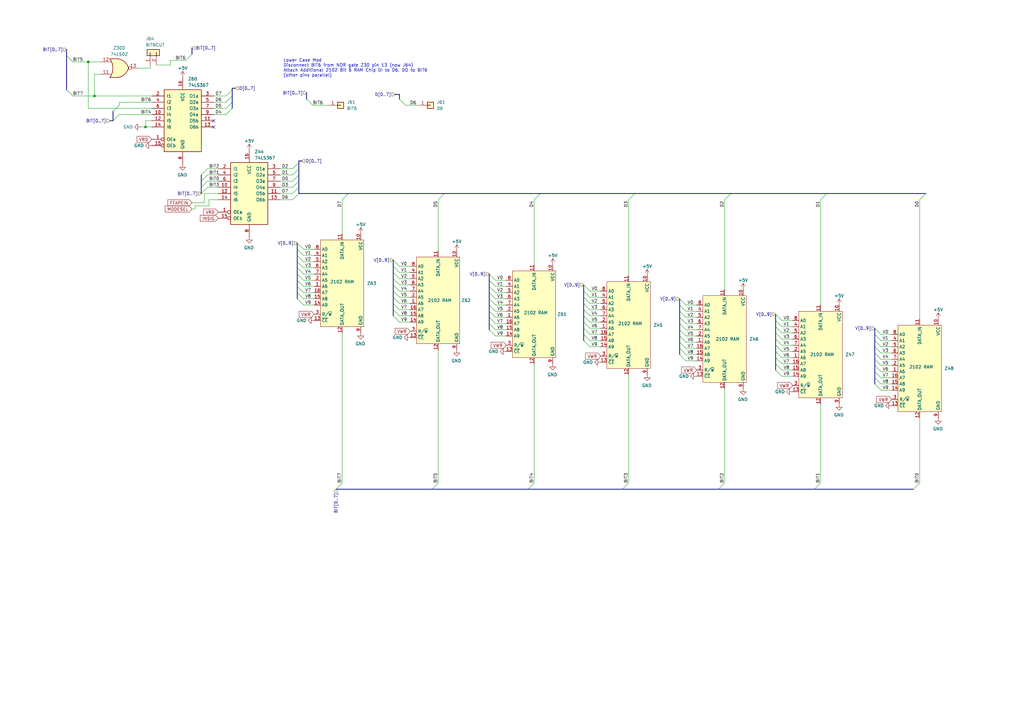
<source format=kicad_sch>
(kicad_sch (version 20230121) (generator eeschema)
  (paper "A3")
  (lib_symbols
    (symbol "74xx:74LS02" (pin_names (offset 1.016))
      (property "Reference" "U" (at 0 1.27 0))
      (property "Value" "74LS02" (at 0 -1.27 0))
      (symbol "74LS02_1_1"
        (arc (start -3.81 -3.81) (mid -2.589 0) (end -3.81 3.81) (stroke (width 0.254)))
        (arc (start -0.6096 -3.81) (mid 2.1842 -2.5851) (end 3.81 0) (stroke (width 0.254)) (fill (type background)))
        (polyline (pts (xy -3.81 -3.81) (xy -0.635 -3.81)) (stroke (width 0.254)) (fill (type background)))
        (polyline (pts (xy -3.81 3.81) (xy -0.635 3.81)) (stroke (width 0.254)) (fill (type background)))
        (polyline (pts (xy -0.635 3.81) (xy -3.81 3.81) (xy -3.81 3.81) (xy -3.556 3.4036) (xy -3.0226 2.2606) (xy -2.6924 1.0414) (xy -2.6162 -0.254) (xy -2.7686 -1.4986) (xy -3.175 -2.7178) (xy -3.81 -3.81) (xy -3.81 -3.81) (xy -0.635 -3.81)) (stroke (width -25.4)) (fill (type background)))
        (arc (start 3.81 0) (mid 2.1915 2.5936) (end -0.6096 3.81) (stroke (width 0.254)) (fill (type background)))
        (pin output inverted (at 7.62 0 180) (length 3.81) (name "~") (number "1"))
        (pin input line (at -7.62 2.54 0) (length 4.318) (name "~") (number "2"))
        (pin input line (at -7.62 -2.54 0) (length 4.318) (name "~") (number "3"))
      )
      (symbol "74LS02_1_2"
        (arc (start 0 -3.81) (mid 3.7934 0) (end 0 3.81) (stroke (width 0.254)) (fill (type background)))
        (polyline (pts (xy 0 3.81) (xy -3.81 3.81) (xy -3.81 -3.81) (xy 0 -3.81)) (stroke (width 0.254)) (fill (type background)))
        (pin output line (at 7.62 0 180) (length 3.81) (name "~") (number "1"))
        (pin input inverted (at -7.62 2.54 0) (length 3.81) (name "~") (number "2"))
        (pin input inverted (at -7.62 -2.54 0) (length 3.81) (name "~") (number "3"))
      )
      (symbol "74LS02_2_1"
        (arc (start -3.81 -3.81) (mid -2.589 0) (end -3.81 3.81) (stroke (width 0.254)))
        (arc (start -0.6096 -3.81) (mid 2.1842 -2.5851) (end 3.81 0) (stroke (width 0.254)) (fill (type background)))
        (polyline (pts (xy -3.81 -3.81) (xy -0.635 -3.81)) (stroke (width 0.254)) (fill (type background)))
        (polyline (pts (xy -3.81 3.81) (xy -0.635 3.81)) (stroke (width 0.254)) (fill (type background)))
        (polyline (pts (xy -0.635 3.81) (xy -3.81 3.81) (xy -3.81 3.81) (xy -3.556 3.4036) (xy -3.0226 2.2606) (xy -2.6924 1.0414) (xy -2.6162 -0.254) (xy -2.7686 -1.4986) (xy -3.175 -2.7178) (xy -3.81 -3.81) (xy -3.81 -3.81) (xy -0.635 -3.81)) (stroke (width -25.4)) (fill (type background)))
        (arc (start 3.81 0) (mid 2.1915 2.5936) (end -0.6096 3.81) (stroke (width 0.254)) (fill (type background)))
        (pin output inverted (at 7.62 0 180) (length 3.81) (name "~") (number "4"))
        (pin input line (at -7.62 2.54 0) (length 4.318) (name "~") (number "5"))
        (pin input line (at -7.62 -2.54 0) (length 4.318) (name "~") (number "6"))
      )
      (symbol "74LS02_2_2"
        (arc (start 0 -3.81) (mid 3.7934 0) (end 0 3.81) (stroke (width 0.254)) (fill (type background)))
        (polyline (pts (xy 0 3.81) (xy -3.81 3.81) (xy -3.81 -3.81) (xy 0 -3.81)) (stroke (width 0.254)) (fill (type background)))
        (pin output line (at 7.62 0 180) (length 3.81) (name "~") (number "4"))
        (pin input inverted (at -7.62 2.54 0) (length 3.81) (name "~") (number "5"))
        (pin input inverted (at -7.62 -2.54 0) (length 3.81) (name "~") (number "6"))
      )
      (symbol "74LS02_3_1"
        (arc (start -3.81 -3.81) (mid -2.589 0) (end -3.81 3.81) (stroke (width 0.254)))
        (arc (start -0.6096 -3.81) (mid 2.1842 -2.5851) (end 3.81 0) (stroke (width 0.254)) (fill (type background)))
        (polyline (pts (xy -3.81 -3.81) (xy -0.635 -3.81)) (stroke (width 0.254)) (fill (type background)))
        (polyline (pts (xy -3.81 3.81) (xy -0.635 3.81)) (stroke (width 0.254)) (fill (type background)))
        (polyline (pts (xy -0.635 3.81) (xy -3.81 3.81) (xy -3.81 3.81) (xy -3.556 3.4036) (xy -3.0226 2.2606) (xy -2.6924 1.0414) (xy -2.6162 -0.254) (xy -2.7686 -1.4986) (xy -3.175 -2.7178) (xy -3.81 -3.81) (xy -3.81 -3.81) (xy -0.635 -3.81)) (stroke (width -25.4)) (fill (type background)))
        (arc (start 3.81 0) (mid 2.1915 2.5936) (end -0.6096 3.81) (stroke (width 0.254)) (fill (type background)))
        (pin output inverted (at 7.62 0 180) (length 3.81) (name "~") (number "10"))
        (pin input line (at -7.62 2.54 0) (length 4.318) (name "~") (number "8"))
        (pin input line (at -7.62 -2.54 0) (length 4.318) (name "~") (number "9"))
      )
      (symbol "74LS02_3_2"
        (arc (start 0 -3.81) (mid 3.7934 0) (end 0 3.81) (stroke (width 0.254)) (fill (type background)))
        (polyline (pts (xy 0 3.81) (xy -3.81 3.81) (xy -3.81 -3.81) (xy 0 -3.81)) (stroke (width 0.254)) (fill (type background)))
        (pin output line (at 7.62 0 180) (length 3.81) (name "~") (number "10"))
        (pin input inverted (at -7.62 2.54 0) (length 3.81) (name "~") (number "8"))
        (pin input inverted (at -7.62 -2.54 0) (length 3.81) (name "~") (number "9"))
      )
      (symbol "74LS02_4_1"
        (arc (start -3.81 -3.81) (mid -2.589 0) (end -3.81 3.81) (stroke (width 0.254)))
        (arc (start -0.6096 -3.81) (mid 2.1842 -2.5851) (end 3.81 0) (stroke (width 0.254)) (fill (type background)))
        (polyline (pts (xy -3.81 -3.81) (xy -0.635 -3.81)) (stroke (width 0.254)) (fill (type background)))
        (polyline (pts (xy -3.81 3.81) (xy -0.635 3.81)) (stroke (width 0.254)) (fill (type background)))
        (polyline (pts (xy -0.635 3.81) (xy -3.81 3.81) (xy -3.81 3.81) (xy -3.556 3.4036) (xy -3.0226 2.2606) (xy -2.6924 1.0414) (xy -2.6162 -0.254) (xy -2.7686 -1.4986) (xy -3.175 -2.7178) (xy -3.81 -3.81) (xy -3.81 -3.81) (xy -0.635 -3.81)) (stroke (width -25.4)) (fill (type background)))
        (arc (start 3.81 0) (mid 2.1915 2.5936) (end -0.6096 3.81) (stroke (width 0.254)) (fill (type background)))
        (pin input line (at -7.62 2.54 0) (length 4.318) (name "~") (number "11"))
        (pin input line (at -7.62 -2.54 0) (length 4.318) (name "~") (number "12"))
        (pin output inverted (at 7.62 0 180) (length 3.81) (name "~") (number "13"))
      )
      (symbol "74LS02_4_2"
        (arc (start 0 -3.81) (mid 3.7934 0) (end 0 3.81) (stroke (width 0.254)) (fill (type background)))
        (polyline (pts (xy 0 3.81) (xy -3.81 3.81) (xy -3.81 -3.81) (xy 0 -3.81)) (stroke (width 0.254)) (fill (type background)))
        (pin input inverted (at -7.62 2.54 0) (length 3.81) (name "~") (number "11"))
        (pin input inverted (at -7.62 -2.54 0) (length 3.81) (name "~") (number "12"))
        (pin output line (at 7.62 0 180) (length 3.81) (name "~") (number "13"))
      )
      (symbol "74LS02_5_0"
        (pin power_in line (at 0 12.7 270) (length 5.08) (name "VCC") (number "14"))
        (pin power_in line (at 0 -12.7 90) (length 5.08) (name "GND") (number "7"))
      )
      (symbol "74LS02_5_1"
        (rectangle (start -5.08 7.62) (end 5.08 -7.62) (stroke (width 0.254)) (fill (type background)))
      )
    )
    (symbol "74xx:74LS367" (pin_names (offset 1.016))
      (property "Reference" "U" (at -7.62 13.97 0))
      (property "Value" "74LS367" (at -7.62 -13.97 0))
      (symbol "74LS367_1_0"
        (pin input inverted (at -12.7 -7.62 0) (length 5.08) (name "OEa") (number "1"))
        (pin input line (at -12.7 2.54 0) (length 5.08) (name "I4") (number "10"))
        (pin tri_state line (at 12.7 0 180) (length 5.08) (name "O5b") (number "11"))
        (pin input line (at -12.7 0 0) (length 5.08) (name "I5") (number "12"))
        (pin tri_state line (at 12.7 -2.54 180) (length 5.08) (name "O6b") (number "13"))
        (pin input line (at -12.7 -2.54 0) (length 5.08) (name "I6") (number "14"))
        (pin input inverted (at -12.7 -10.16 0) (length 5.08) (name "OEb") (number "15"))
        (pin power_in line (at 0 17.78 270) (length 5.08) (name "VCC") (number "16"))
        (pin input line (at -12.7 10.16 0) (length 5.08) (name "I1") (number "2"))
        (pin tri_state line (at 12.7 10.16 180) (length 5.08) (name "O1a") (number "3"))
        (pin input line (at -12.7 7.62 0) (length 5.08) (name "I2") (number "4"))
        (pin tri_state line (at 12.7 7.62 180) (length 5.08) (name "O2a") (number "5"))
        (pin input line (at -12.7 5.08 0) (length 5.08) (name "I3") (number "6"))
        (pin tri_state line (at 12.7 5.08 180) (length 5.08) (name "O3a") (number "7"))
        (pin power_in line (at 0 -17.78 90) (length 5.08) (name "GND") (number "8"))
        (pin tri_state line (at 12.7 2.54 180) (length 5.08) (name "O4a") (number "9"))
      )
      (symbol "74LS367_1_1"
        (rectangle (start -7.62 12.7) (end 7.62 -12.7) (stroke (width 0.254)) (fill (type background)))
      )
    )
    (symbol "Connector_Generic:Conn_01x01" (pin_names (offset 1.016) hide)
      (property "Reference" "J" (at 0 2.54 0))
      (property "Value" "Conn_01x01" (at 0 -2.54 0))
      (symbol "Conn_01x01_1_1"
        (rectangle (start -1.27 0.127) (end 0 -0.127) (stroke (width 0.1524)))
        (rectangle (start -1.27 1.27) (end 1.27 -1.27) (stroke (width 0.254)) (fill (type background)))
        (pin passive line (at -5.08 0 0) (length 3.81) (name "Pin_1") (number "1"))
      )
    )
    (symbol "Connector_Generic:Conn_01x02" (pin_names (offset 1.016) hide)
      (property "Reference" "J" (at 0 2.54 0))
      (property "Value" "Conn_01x02" (at 0 -5.08 0))
      (symbol "Conn_01x02_1_1"
        (rectangle (start -1.27 -2.413) (end 0 -2.667) (stroke (width 0.1524)))
        (rectangle (start -1.27 0.127) (end 0 -0.127) (stroke (width 0.1524)))
        (rectangle (start -1.27 1.27) (end 1.27 -3.81) (stroke (width 0.254)) (fill (type background)))
        (pin passive line (at -5.08 0 0) (length 3.81) (name "Pin_1") (number "1"))
        (pin passive line (at -5.08 -2.54 0) (length 3.81) (name "Pin_2") (number "2"))
      )
    )
    (symbol "TRS80IUS:2102AN"
      (property "Reference" "Z" (at -7.62 19.05 0))
      (symbol "2102AN_0_0"
        (pin input line (at -11.43 -1.27 0) (length 2.54) (name "A6") (number "1"))
        (pin power_in line (at 7.62 20.32 270) (length 2.54) (name "VCC") (number "10"))
        (pin input line (at 0 20.32 270) (length 2.54) (name "DATA_IN") (number "11"))
        (pin output line (at 0 -20.32 90) (length 2.54) (name "DATA_OUT") (number "12"))
        (pin input line (at -11.43 -15.24 0) (length 2.54) (name "~{CE}") (number "13"))
        (pin input line (at -11.43 -8.89 0) (length 2.54) (name "A9") (number "14"))
        (pin input line (at -11.43 -6.35 0) (length 2.54) (name "A8") (number "15"))
        (pin input line (at -11.43 -3.81 0) (length 2.54) (name "A7") (number "16"))
        (pin input line (at -11.43 1.27 0) (length 2.54) (name "A5") (number "2"))
        (pin input line (at -11.43 -12.7 0) (length 2.54) (name "R/~{W}") (number "3"))
        (pin input line (at -11.43 11.43 0) (length 2.54) (name "A1") (number "4"))
        (pin input line (at -11.43 8.89 0) (length 2.54) (name "A2") (number "5"))
        (pin input line (at -11.43 6.35 0) (length 2.54) (name "A3") (number "6"))
        (pin input line (at -11.43 3.81 0) (length 2.54) (name "A4") (number "7"))
        (pin input line (at -11.43 13.97 0) (length 2.54) (name "A0") (number "8"))
        (pin power_in line (at 7.62 -20.32 90) (length 2.54) (name "GND") (number "9"))
      )
      (symbol "2102AN_1_1"
        (rectangle (start -8.89 17.78) (end 8.89 -17.78) (fill (type background)))
      )
    )
    (symbol "power:+5V" (power) (pin_names (offset 0))
      (property "Value" "+5V" (at 0 3.556 0))
      (symbol "+5V_0_1"
        (polyline (pts (xy -0.762 1.27) (xy 0 2.54)))
        (polyline (pts (xy 0 0) (xy 0 2.54)))
        (polyline (pts (xy 0 2.54) (xy 0.762 1.27)))
      )
      (symbol "+5V_1_1"
        (pin power_in line (at 0 0 90) (length 0) hide (name "+5V") (number "1"))
      )
    )
    (symbol "power:GND" (power) (pin_names (offset 0))
      (property "Value" "GND" (at 0 -3.81 0))
      (symbol "GND_0_1"
        (polyline (pts (xy 0 0) (xy 0 -1.27) (xy 1.27 -1.27) (xy 0 -2.54) (xy -1.27 -1.27) (xy 0 -1.27)))
      )
      (symbol "GND_1_1"
        (pin power_in line (at 0 0 270) (length 0) hide (name "GND") (number "1"))
      )
    )
  )
  (junction (at 36.195 25.4))
  (junction (at 38.735 39.37))
  (junction (at 59.69 52.07))
  (no_connect (at 87.63 49.53))
  (no_connect (at 87.63 52.07))
  (bus_entry (at 78.74 22.225) (size -2.54 2.54))
  (bus_entry (at 358.775 147.32) (size 2.54 2.54))
  (bus_entry (at 200.66 114.935) (size 2.54 2.54))
  (bus_entry (at 200.66 132.715) (size 2.54 2.54))
  (bus_entry (at 92.71 41.91) (size 2.54 -2.54))
  (bus_entry (at 216.535 200.66) (size 2.54 -2.54))
  (bus_entry (at 239.395 129.54) (size 2.54 2.54))
  (bus_entry (at 200.66 117.475) (size 2.54 2.54))
  (bus_entry (at 120.015 71.755) (size 2.54 -2.54))
  (bus_entry (at 121.92 120.015) (size 2.54 2.54))
  (bus_entry (at 82.55 71.755) (size 2.54 -2.54))
  (bus_entry (at 358.775 144.78) (size 2.54 2.54))
  (bus_entry (at 318.135 139.065) (size 2.54 2.54))
  (bus_entry (at 137.795 200.66) (size 2.54 -2.54))
  (bus_entry (at 278.765 127.635) (size 2.54 2.54))
  (bus_entry (at 92.71 39.37) (size 2.54 -2.54))
  (bus_entry (at 257.81 81.915) (size 2.54 -2.54))
  (bus_entry (at 121.92 107.315) (size 2.54 2.54))
  (bus_entry (at 278.765 137.795) (size 2.54 2.54))
  (bus_entry (at 374.65 200.66) (size 2.54 -2.54))
  (bus_entry (at 318.135 128.905) (size 2.54 2.54))
  (bus_entry (at 358.775 149.86) (size 2.54 2.54))
  (bus_entry (at 179.705 81.915) (size 2.54 -2.54))
  (bus_entry (at 125.73 40.64) (size 2.54 2.54))
  (bus_entry (at 239.395 132.08) (size 2.54 2.54))
  (bus_entry (at 358.775 152.4) (size 2.54 2.54))
  (bus_entry (at 161.29 116.84) (size 2.54 2.54))
  (bus_entry (at 318.135 141.605) (size 2.54 2.54))
  (bus_entry (at 278.765 142.875) (size 2.54 2.54))
  (bus_entry (at 121.92 114.935) (size 2.54 2.54))
  (bus_entry (at 278.765 122.555) (size 2.54 2.54))
  (bus_entry (at 120.015 76.835) (size 2.54 -2.54))
  (bus_entry (at 278.765 132.715) (size 2.54 2.54))
  (bus_entry (at 239.395 124.46) (size 2.54 2.54))
  (bus_entry (at 120.015 69.215) (size 2.54 -2.54))
  (bus_entry (at 278.765 145.415) (size 2.54 2.54))
  (bus_entry (at 92.71 46.99) (size 2.54 -2.54))
  (bus_entry (at 239.395 119.38) (size 2.54 2.54))
  (bus_entry (at 278.765 125.095) (size 2.54 2.54))
  (bus_entry (at 318.135 133.985) (size 2.54 2.54))
  (bus_entry (at 120.015 79.375) (size 2.54 -2.54))
  (bus_entry (at 377.19 81.915) (size 2.54 -2.54))
  (bus_entry (at 161.29 114.3) (size 2.54 2.54))
  (bus_entry (at 318.135 131.445) (size 2.54 2.54))
  (bus_entry (at 200.66 122.555) (size 2.54 2.54))
  (bus_entry (at 239.395 139.7) (size 2.54 2.54))
  (bus_entry (at 318.135 144.145) (size 2.54 2.54))
  (bus_entry (at 318.135 136.525) (size 2.54 2.54))
  (bus_entry (at 336.55 81.915) (size 2.54 -2.54))
  (bus_entry (at 358.775 154.94) (size 2.54 2.54))
  (bus_entry (at 358.775 134.62) (size 2.54 2.54))
  (bus_entry (at 177.165 200.66) (size 2.54 -2.54))
  (bus_entry (at 166.37 43.18) (size -2.54 -2.54))
  (bus_entry (at 297.18 81.915) (size 2.54 -2.54))
  (bus_entry (at 318.135 149.225) (size 2.54 2.54))
  (bus_entry (at 239.395 121.92) (size 2.54 2.54))
  (bus_entry (at 219.075 81.915) (size 2.54 -2.54))
  (bus_entry (at 121.92 112.395) (size 2.54 2.54))
  (bus_entry (at 82.55 79.375) (size 2.54 -2.54))
  (bus_entry (at 200.66 130.175) (size 2.54 2.54))
  (bus_entry (at 334.01 200.66) (size 2.54 -2.54))
  (bus_entry (at 358.775 139.7) (size 2.54 2.54))
  (bus_entry (at 278.765 140.335) (size 2.54 2.54))
  (bus_entry (at 140.335 81.915) (size 2.54 -2.54))
  (bus_entry (at 82.55 74.295) (size 2.54 -2.54))
  (bus_entry (at 239.395 134.62) (size 2.54 2.54))
  (bus_entry (at 255.27 200.66) (size 2.54 -2.54))
  (bus_entry (at 121.92 102.235) (size 2.54 2.54))
  (bus_entry (at 121.92 109.855) (size 2.54 2.54))
  (bus_entry (at 239.395 116.84) (size 2.54 2.54))
  (bus_entry (at 239.395 127) (size 2.54 2.54))
  (bus_entry (at 121.92 122.555) (size 2.54 2.54))
  (bus_entry (at 358.775 137.16) (size 2.54 2.54))
  (bus_entry (at 161.29 106.68) (size 2.54 2.54))
  (bus_entry (at 318.135 151.765) (size 2.54 2.54))
  (bus_entry (at 161.29 127) (size 2.54 2.54))
  (bus_entry (at 278.765 135.255) (size 2.54 2.54))
  (bus_entry (at 318.135 146.685) (size 2.54 2.54))
  (bus_entry (at 358.775 142.24) (size 2.54 2.54))
  (bus_entry (at 200.66 125.095) (size 2.54 2.54))
  (bus_entry (at 200.66 112.395) (size 2.54 2.54))
  (bus_entry (at 82.55 76.835) (size 2.54 -2.54))
  (bus_entry (at 358.775 157.48) (size 2.54 2.54))
  (bus_entry (at 121.92 117.475) (size 2.54 2.54))
  (bus_entry (at 121.92 104.775) (size 2.54 2.54))
  (bus_entry (at 294.64 200.66) (size 2.54 -2.54))
  (bus_entry (at 200.66 135.255) (size 2.54 2.54))
  (bus_entry (at 27.305 22.86) (size 2.54 2.54))
  (bus_entry (at 200.66 120.015) (size 2.54 2.54))
  (bus_entry (at 161.29 124.46) (size 2.54 2.54))
  (bus_entry (at 161.29 111.76) (size 2.54 2.54))
  (bus_entry (at 27.305 36.83) (size 2.54 2.54))
  (bus_entry (at 120.015 81.915) (size 2.54 -2.54))
  (bus_entry (at 239.395 137.16) (size 2.54 2.54))
  (bus_entry (at 46.355 45.72) (size 2.54 -2.54))
  (bus_entry (at 120.015 74.295) (size 2.54 -2.54))
  (bus_entry (at 46.355 49.53) (size 2.54 -2.54))
  (bus_entry (at 161.29 121.92) (size 2.54 2.54))
  (bus_entry (at 121.92 99.695) (size 2.54 2.54))
  (bus_entry (at 278.765 130.175) (size 2.54 2.54))
  (bus_entry (at 161.29 109.22) (size 2.54 2.54))
  (bus_entry (at 200.66 127.635) (size 2.54 2.54))
  (bus_entry (at 161.29 119.38) (size 2.54 2.54))
  (bus_entry (at 92.71 44.45) (size 2.54 -2.54))
  (bus_entry (at 161.29 129.54) (size 2.54 2.54))
  (bus (pts (xy 95.25 36.83) (xy 95.25 39.37)))
  (bus (pts (xy 358.775 134.62) (xy 358.775 137.16)))
  (wire (pts (xy 281.305 127.635) (xy 285.75 127.635)))
  (wire (pts (xy 128.27 43.18) (xy 134.62 43.18)))
  (wire (pts (xy 203.2 130.175) (xy 207.645 130.175)))
  (wire (pts (xy 163.83 111.76) (xy 168.275 111.76)))
  (wire (pts (xy 281.305 142.875) (xy 285.75 142.875)))
  (wire (pts (xy 336.55 165.735) (xy 336.55 198.12)))
  (bus (pts (xy 121.92 104.775) (xy 121.92 107.315)))
  (wire (pts (xy 78.74 85.725) (xy 80.01 85.725)))
  (bus (pts (xy 200.66 125.095) (xy 200.66 127.635)))
  (wire (pts (xy 203.2 120.015) (xy 207.645 120.015)))
  (bus (pts (xy 278.765 122.555) (xy 278.765 125.095)))
  (wire (pts (xy 281.305 140.335) (xy 285.75 140.335)))
  (wire (pts (xy 281.305 132.715) (xy 285.75 132.715)))
  (wire (pts (xy 114.935 81.915) (xy 120.015 81.915)))
  (bus (pts (xy 239.395 116.84) (xy 239.395 119.38)))
  (bus (pts (xy 163.83 38.735) (xy 163.83 40.64)))
  (wire (pts (xy 179.705 198.12) (xy 179.705 143.51)))
  (wire (pts (xy 87.63 46.99) (xy 92.71 46.99)))
  (wire (pts (xy 320.675 136.525) (xy 325.12 136.525)))
  (wire (pts (xy 361.315 154.94) (xy 365.76 154.94)))
  (bus (pts (xy 318.135 146.685) (xy 318.135 149.225)))
  (wire (pts (xy 320.675 149.225) (xy 325.12 149.225)))
  (bus (pts (xy 318.135 141.605) (xy 318.135 144.145)))
  (bus (pts (xy 95.25 39.37) (xy 95.25 41.91)))
  (wire (pts (xy 56.515 27.94) (xy 61.595 27.94)))
  (wire (pts (xy 203.2 122.555) (xy 207.645 122.555)))
  (wire (pts (xy 219.075 149.225) (xy 219.075 198.12)))
  (bus (pts (xy 125.73 38.1) (xy 125.73 40.64)))
  (bus (pts (xy 121.92 102.235) (xy 121.92 104.775)))
  (bus (pts (xy 239.395 119.38) (xy 239.395 121.92)))
  (wire (pts (xy 61.595 27.94) (xy 61.595 26.67)))
  (bus (pts (xy 239.395 124.46) (xy 239.395 127)))
  (bus (pts (xy 27.305 22.86) (xy 27.305 36.83)))
  (wire (pts (xy 85.725 84.455) (xy 85.725 81.915)))
  (wire (pts (xy 203.2 132.715) (xy 207.645 132.715)))
  (bus (pts (xy 318.135 149.225) (xy 318.135 151.765)))
  (wire (pts (xy 241.935 139.7) (xy 246.38 139.7)))
  (bus (pts (xy 137.795 200.66) (xy 177.165 200.66)))
  (wire (pts (xy 124.46 104.775) (xy 128.905 104.775)))
  (wire (pts (xy 87.63 41.91) (xy 92.71 41.91)))
  (wire (pts (xy 241.935 137.16) (xy 246.38 137.16)))
  (wire (pts (xy 241.935 129.54) (xy 246.38 129.54)))
  (bus (pts (xy 200.66 122.555) (xy 200.66 125.095)))
  (bus (pts (xy 318.135 136.525) (xy 318.135 139.065)))
  (bus (pts (xy 318.135 128.905) (xy 318.135 131.445)))
  (bus (pts (xy 142.875 79.375) (xy 182.245 79.375)))
  (wire (pts (xy 140.335 136.525) (xy 140.335 198.12)))
  (bus (pts (xy 27.305 20.32) (xy 27.305 22.86)))
  (bus (pts (xy 278.765 140.335) (xy 278.765 142.875)))
  (wire (pts (xy 320.675 131.445) (xy 325.12 131.445)))
  (bus (pts (xy 278.765 137.795) (xy 278.765 140.335)))
  (wire (pts (xy 163.83 129.54) (xy 168.275 129.54)))
  (bus (pts (xy 358.775 137.16) (xy 358.775 139.7)))
  (bus (pts (xy 82.55 74.295) (xy 82.55 71.755)))
  (wire (pts (xy 83.82 79.375) (xy 89.535 79.375)))
  (wire (pts (xy 36.195 44.45) (xy 62.23 44.45)))
  (wire (pts (xy 297.18 159.385) (xy 297.18 198.12)))
  (wire (pts (xy 241.935 132.08) (xy 246.38 132.08)))
  (wire (pts (xy 377.19 171.45) (xy 377.19 198.12)))
  (wire (pts (xy 241.935 119.38) (xy 246.38 119.38)))
  (bus (pts (xy 358.775 152.4) (xy 358.775 154.94)))
  (bus (pts (xy 200.66 112.395) (xy 200.66 114.935)))
  (wire (pts (xy 163.83 114.3) (xy 168.275 114.3)))
  (wire (pts (xy 203.2 114.935) (xy 207.645 114.935)))
  (wire (pts (xy 281.305 130.175) (xy 285.75 130.175)))
  (bus (pts (xy 161.29 114.3) (xy 161.29 116.84)))
  (wire (pts (xy 83.82 83.185) (xy 83.82 79.375)))
  (bus (pts (xy 182.245 79.375) (xy 221.615 79.375)))
  (wire (pts (xy 361.315 137.16) (xy 365.76 137.16)))
  (wire (pts (xy 124.46 122.555) (xy 128.905 122.555)))
  (wire (pts (xy 361.315 160.02) (xy 365.76 160.02)))
  (wire (pts (xy 124.46 120.015) (xy 128.905 120.015)))
  (bus (pts (xy 358.775 144.78) (xy 358.775 147.32)))
  (wire (pts (xy 281.305 145.415) (xy 285.75 145.415)))
  (wire (pts (xy 57.785 52.07) (xy 59.69 52.07)))
  (wire (pts (xy 361.315 142.24) (xy 365.76 142.24)))
  (bus (pts (xy 96.52 36.195) (xy 95.25 36.195)))
  (bus (pts (xy 122.555 66.675) (xy 122.555 69.215)))
  (wire (pts (xy 361.315 157.48) (xy 365.76 157.48)))
  (bus (pts (xy 334.01 200.66) (xy 374.65 200.66)))
  (bus (pts (xy 46.355 45.72) (xy 46.355 49.53)))
  (bus (pts (xy 122.555 69.215) (xy 122.555 71.755)))
  (bus (pts (xy 255.27 200.66) (xy 294.64 200.66)))
  (bus (pts (xy 278.765 142.875) (xy 278.765 145.415)))
  (bus (pts (xy 123.825 66.04) (xy 122.555 66.04)))
  (wire (pts (xy 163.83 121.92) (xy 168.275 121.92)))
  (wire (pts (xy 297.18 81.915) (xy 297.18 118.745)))
  (bus (pts (xy 200.66 127.635) (xy 200.66 130.175)))
  (wire (pts (xy 85.725 81.915) (xy 89.535 81.915)))
  (wire (pts (xy 38.735 39.37) (xy 38.735 30.48)))
  (bus (pts (xy 358.775 147.32) (xy 358.775 149.86)))
  (bus (pts (xy 161.29 116.84) (xy 161.29 119.38)))
  (wire (pts (xy 114.935 69.215) (xy 120.015 69.215)))
  (wire (pts (xy 203.2 117.475) (xy 207.645 117.475)))
  (wire (pts (xy 48.895 46.99) (xy 62.23 46.99)))
  (bus (pts (xy 239.395 127) (xy 239.395 129.54)))
  (bus (pts (xy 239.395 134.62) (xy 239.395 137.16)))
  (wire (pts (xy 320.675 154.305) (xy 325.12 154.305)))
  (wire (pts (xy 361.315 152.4) (xy 365.76 152.4)))
  (bus (pts (xy 121.92 112.395) (xy 121.92 114.935)))
  (wire (pts (xy 241.935 121.92) (xy 246.38 121.92)))
  (bus (pts (xy 121.92 99.695) (xy 121.92 102.235)))
  (wire (pts (xy 320.675 141.605) (xy 325.12 141.605)))
  (bus (pts (xy 95.25 36.195) (xy 95.25 36.83)))
  (bus (pts (xy 200.66 114.935) (xy 200.66 117.475)))
  (wire (pts (xy 171.45 43.18) (xy 166.37 43.18)))
  (bus (pts (xy 45.085 49.53) (xy 46.355 49.53)))
  (bus (pts (xy 200.66 120.015) (xy 200.66 122.555)))
  (bus (pts (xy 82.55 76.835) (xy 82.55 74.295)))
  (bus (pts (xy 358.775 139.7) (xy 358.775 142.24)))
  (wire (pts (xy 69.85 26.67) (xy 69.85 24.765)))
  (wire (pts (xy 281.305 125.095) (xy 285.75 125.095)))
  (bus (pts (xy 200.66 117.475) (xy 200.66 120.015)))
  (bus (pts (xy 121.92 117.475) (xy 121.92 120.015)))
  (bus (pts (xy 239.395 129.54) (xy 239.395 132.08)))
  (wire (pts (xy 361.315 147.32) (xy 365.76 147.32)))
  (bus (pts (xy 121.92 109.855) (xy 121.92 112.395)))
  (bus (pts (xy 82.55 76.835) (xy 82.55 79.375)))
  (wire (pts (xy 140.335 81.915) (xy 140.335 95.885)))
  (wire (pts (xy 85.09 69.215) (xy 89.535 69.215)))
  (wire (pts (xy 281.305 137.795) (xy 285.75 137.795)))
  (wire (pts (xy 62.23 49.53) (xy 59.69 49.53)))
  (wire (pts (xy 114.935 76.835) (xy 120.015 76.835)))
  (wire (pts (xy 361.315 149.86) (xy 365.76 149.86)))
  (wire (pts (xy 114.935 79.375) (xy 120.015 79.375)))
  (wire (pts (xy 124.46 114.935) (xy 128.905 114.935)))
  (wire (pts (xy 124.46 107.315) (xy 128.905 107.315)))
  (wire (pts (xy 124.46 109.855) (xy 128.905 109.855)))
  (wire (pts (xy 203.2 135.255) (xy 207.645 135.255)))
  (wire (pts (xy 87.63 39.37) (xy 92.71 39.37)))
  (wire (pts (xy 62.23 39.37) (xy 38.735 39.37)))
  (wire (pts (xy 64.135 26.67) (xy 69.85 26.67)))
  (wire (pts (xy 219.075 81.915) (xy 219.075 108.585)))
  (wire (pts (xy 85.09 74.295) (xy 89.535 74.295)))
  (bus (pts (xy 278.765 135.255) (xy 278.765 137.795)))
  (wire (pts (xy 281.305 147.955) (xy 285.75 147.955)))
  (bus (pts (xy 177.165 200.66) (xy 216.535 200.66)))
  (wire (pts (xy 203.2 127.635) (xy 207.645 127.635)))
  (bus (pts (xy 318.135 144.145) (xy 318.135 146.685)))
  (wire (pts (xy 29.845 39.37) (xy 38.735 39.37)))
  (bus (pts (xy 318.135 139.065) (xy 318.135 141.605)))
  (bus (pts (xy 358.775 154.94) (xy 358.775 157.48)))
  (wire (pts (xy 85.09 76.835) (xy 89.535 76.835)))
  (wire (pts (xy 320.675 151.765) (xy 325.12 151.765)))
  (bus (pts (xy 294.64 200.66) (xy 334.01 200.66)))
  (wire (pts (xy 241.935 134.62) (xy 246.38 134.62)))
  (wire (pts (xy 320.675 146.685) (xy 325.12 146.685)))
  (wire (pts (xy 87.63 44.45) (xy 92.71 44.45)))
  (wire (pts (xy 85.09 71.755) (xy 89.535 71.755)))
  (wire (pts (xy 36.195 25.4) (xy 41.275 25.4)))
  (wire (pts (xy 114.935 71.755) (xy 120.015 71.755)))
  (wire (pts (xy 124.46 117.475) (xy 128.905 117.475)))
  (bus (pts (xy 161.29 121.92) (xy 161.29 124.46)))
  (bus (pts (xy 278.765 132.715) (xy 278.765 135.255)))
  (wire (pts (xy 320.675 133.985) (xy 325.12 133.985)))
  (bus (pts (xy 161.925 38.735) (xy 163.83 38.735)))
  (wire (pts (xy 179.705 81.915) (xy 179.705 102.87)))
  (bus (pts (xy 221.615 79.375) (xy 260.35 79.375)))
  (wire (pts (xy 203.2 125.095) (xy 207.645 125.095)))
  (bus (pts (xy 278.765 130.175) (xy 278.765 132.715)))
  (bus (pts (xy 200.66 132.715) (xy 200.66 135.255)))
  (wire (pts (xy 69.85 24.765) (xy 76.2 24.765)))
  (bus (pts (xy 78.74 19.685) (xy 78.74 22.225)))
  (wire (pts (xy 48.895 41.91) (xy 48.895 43.18)))
  (wire (pts (xy 320.675 144.145) (xy 325.12 144.145)))
  (wire (pts (xy 124.46 112.395) (xy 128.905 112.395)))
  (wire (pts (xy 241.935 127) (xy 246.38 127)))
  (wire (pts (xy 124.46 102.235) (xy 128.905 102.235)))
  (bus (pts (xy 339.09 79.375) (xy 379.73 79.375)))
  (wire (pts (xy 257.81 153.67) (xy 257.81 198.12)))
  (wire (pts (xy 241.935 124.46) (xy 246.38 124.46)))
  (bus (pts (xy 200.66 130.175) (xy 200.66 132.715)))
  (bus (pts (xy 122.555 74.295) (xy 122.555 76.835)))
  (wire (pts (xy 320.675 139.065) (xy 325.12 139.065)))
  (wire (pts (xy 361.315 144.78) (xy 365.76 144.78)))
  (wire (pts (xy 163.83 109.22) (xy 168.275 109.22)))
  (bus (pts (xy 239.395 121.92) (xy 239.395 124.46)))
  (bus (pts (xy 121.92 114.935) (xy 121.92 117.475)))
  (wire (pts (xy 163.83 132.08) (xy 168.275 132.08)))
  (bus (pts (xy 122.555 66.04) (xy 122.555 66.675)))
  (wire (pts (xy 38.735 30.48) (xy 41.275 30.48)))
  (bus (pts (xy 239.395 137.16) (xy 239.395 139.7)))
  (wire (pts (xy 59.69 49.53) (xy 59.69 52.07)))
  (wire (pts (xy 48.895 41.91) (xy 62.23 41.91)))
  (bus (pts (xy 161.29 106.68) (xy 161.29 109.22)))
  (wire (pts (xy 124.46 125.095) (xy 128.905 125.095)))
  (bus (pts (xy 278.765 127.635) (xy 278.765 130.175)))
  (wire (pts (xy 29.845 25.4) (xy 36.195 25.4)))
  (bus (pts (xy 161.29 111.76) (xy 161.29 114.3)))
  (bus (pts (xy 239.395 132.08) (xy 239.395 134.62)))
  (wire (pts (xy 257.81 81.915) (xy 257.81 113.03)))
  (bus (pts (xy 278.765 125.095) (xy 278.765 127.635)))
  (wire (pts (xy 59.69 52.07) (xy 62.23 52.07)))
  (bus (pts (xy 216.535 200.66) (xy 255.27 200.66)))
  (wire (pts (xy 163.83 124.46) (xy 168.275 124.46)))
  (bus (pts (xy 299.72 79.375) (xy 339.09 79.375)))
  (bus (pts (xy 122.555 79.375) (xy 142.875 79.375)))
  (bus (pts (xy 95.25 41.91) (xy 95.25 44.45)))
  (bus (pts (xy 121.92 120.015) (xy 121.92 122.555)))
  (wire (pts (xy 281.305 135.255) (xy 285.75 135.255)))
  (bus (pts (xy 122.555 76.835) (xy 122.555 79.375)))
  (bus (pts (xy 161.29 127) (xy 161.29 129.54)))
  (wire (pts (xy 36.195 25.4) (xy 36.195 44.45)))
  (bus (pts (xy 358.775 142.24) (xy 358.775 144.78)))
  (wire (pts (xy 80.01 85.725) (xy 80.01 84.455)))
  (wire (pts (xy 114.935 74.295) (xy 120.015 74.295)))
  (wire (pts (xy 78.74 83.185) (xy 83.82 83.185)))
  (wire (pts (xy 163.83 127) (xy 168.275 127)))
  (wire (pts (xy 361.315 139.7) (xy 365.76 139.7)))
  (bus (pts (xy 358.775 149.86) (xy 358.775 152.4)))
  (wire (pts (xy 203.2 137.795) (xy 207.645 137.795)))
  (bus (pts (xy 161.29 124.46) (xy 161.29 127)))
  (wire (pts (xy 163.83 116.84) (xy 168.275 116.84)))
  (wire (pts (xy 80.01 84.455) (xy 85.725 84.455)))
  (wire (pts (xy 377.19 81.915) (xy 377.19 130.81)))
  (bus (pts (xy 318.135 131.445) (xy 318.135 133.985)))
  (bus (pts (xy 318.135 133.985) (xy 318.135 136.525)))
  (bus (pts (xy 161.29 119.38) (xy 161.29 121.92)))
  (bus (pts (xy 161.29 109.22) (xy 161.29 111.76)))
  (bus (pts (xy 122.555 71.755) (xy 122.555 74.295)))
  (wire (pts (xy 336.55 81.915) (xy 336.55 125.095)))
  (wire (pts (xy 241.935 142.24) (xy 246.38 142.24)))
  (bus (pts (xy 121.92 107.315) (xy 121.92 109.855)))
  (wire (pts (xy 163.83 119.38) (xy 168.275 119.38)))
  (bus (pts (xy 260.35 79.375) (xy 299.72 79.375)))
  (text "Lower Case Mod\nDisconnect BIT6 from NOR gate Z30 pin 13 (now J64)\nAttach Additional 2102 Bit 6 RAM Chip DI to D6, DO to BIT6\n(other pins parallel)" (at 116.205 31.75 0) (effects (font (size 1.27 1.27)) (justify left bottom)))
  (label "V9" (at 361.95 160.02 0))
  (label "V9" (at 242.57 142.24 0))
  (label "V5" (at 281.94 137.795 0))
  (label "BIT6" (at 57.785 41.91 0))
  (label "BIT4" (at 57.785 46.99 0))
  (label "V3" (at 164.465 116.84 0))
  (label "D7" (at 115.57 79.375 0))
  (label "V3" (at 242.57 127 0))
  (label "D6" (at 170.815 43.18 180))
  (label "BIT0" (at 85.725 74.295 0))
  (label "V7" (at 321.31 149.225 0))
  (label "D4" (at 219.075 85.09 90))
  (label "V1" (at 164.465 111.76 0))
  (label "V6" (at 281.94 140.335 0))
  (label "V9" (at 203.835 137.795 0))
  (label "V4" (at 242.57 129.54 0))
  (label "BIT6" (at 128.27 43.18 0))
  (label "BIT1" (at 336.55 198.12 90))
  (label "BIT3" (at 85.725 76.835 0))
  (label "V2" (at 242.57 124.46 0))
  (label "V8" (at 361.95 157.48 0))
  (label "V4" (at 203.835 125.095 0))
  (label "V5" (at 203.835 127.635 0))
  (label "D3" (at 257.81 85.09 90))
  (label "BIT7" (at 29.845 39.37 0))
  (label "V5" (at 361.95 149.86 0))
  (label "BIT7" (at 140.335 198.12 90))
  (label "V3" (at 361.95 144.78 0))
  (label "V9" (at 164.465 132.08 0))
  (label "V2" (at 321.31 136.525 0))
  (label "V7" (at 125.095 120.015 0))
  (label "V1" (at 242.57 121.92 0))
  (label "V4" (at 321.31 141.605 0))
  (label "V3" (at 125.095 109.855 0))
  (label "V8" (at 321.31 151.765 0))
  (label "D5" (at 179.705 85.09 90))
  (label "V7" (at 242.57 137.16 0))
  (label "V1" (at 125.095 104.775 0))
  (label "BIT3" (at 257.81 198.12 90))
  (label "D2" (at 115.57 69.215 0))
  (label "V7" (at 361.95 154.94 0))
  (label "V0" (at 242.57 119.38 0))
  (label "D3" (at 115.57 76.835 0))
  (label "V6" (at 242.57 134.62 0))
  (label "D2" (at 297.18 85.09 90))
  (label "V3" (at 321.31 139.065 0))
  (label "D6" (at 88.265 41.91 0))
  (label "V8" (at 242.57 139.7 0))
  (label "V7" (at 164.465 127 0))
  (label "D1" (at 336.55 85.09 90))
  (label "BIT2" (at 85.725 69.215 0))
  (label "V0" (at 125.095 102.235 0))
  (label "V4" (at 281.94 135.255 0))
  (label "BIT0" (at 377.19 198.12 90))
  (label "V2" (at 203.835 120.015 0))
  (label "V8" (at 281.94 145.415 0))
  (label "V8" (at 164.465 129.54 0))
  (label "V2" (at 125.095 107.315 0))
  (label "V0" (at 321.31 131.445 0))
  (label "BIT4" (at 219.075 198.12 90))
  (label "D0" (at 377.19 85.09 90))
  (label "D7" (at 140.335 85.09 90))
  (label "BIT5" (at 179.705 198.12 90))
  (label "BIT5" (at 29.845 25.4 0))
  (label "V4" (at 125.095 112.395 0))
  (label "V4" (at 164.465 119.38 0))
  (label "V0" (at 281.94 125.095 0))
  (label "V5" (at 321.31 144.145 0))
  (label "BIT1" (at 85.725 71.755 0))
  (label "V2" (at 281.94 130.175 0))
  (label "V2" (at 164.465 114.3 0))
  (label "V0" (at 203.835 114.935 0))
  (label "V9" (at 321.31 154.305 0))
  (label "D7" (at 88.265 39.37 0))
  (label "V3" (at 281.94 132.715 0))
  (label "V6" (at 164.465 124.46 0))
  (label "V1" (at 203.835 117.475 0))
  (label "D5" (at 88.265 44.45 0))
  (label "V1" (at 281.94 127.635 0))
  (label "D0" (at 115.57 74.295 0))
  (label "V0" (at 361.95 137.16 0))
  (label "V8" (at 125.095 122.555 0))
  (label "V3" (at 203.835 122.555 0))
  (label "V1" (at 361.95 139.7 0))
  (label "V5" (at 242.57 132.08 0))
  (label "V6" (at 125.095 117.475 0))
  (label "V9" (at 125.095 125.095 0))
  (label "V1" (at 321.31 133.985 0))
  (label "V2" (at 361.95 142.24 0))
  (label "V0" (at 164.465 109.22 0))
  (label "D4" (at 88.265 46.99 0))
  (label "V7" (at 281.94 142.875 0))
  (label "D6" (at 115.57 81.915 0))
  (label "V5" (at 125.095 114.935 0))
  (label "D1" (at 115.57 71.755 0))
  (label "V6" (at 361.95 152.4 0))
  (label "V7" (at 203.835 132.715 0))
  (label "V8" (at 203.835 135.255 0))
  (label "V6" (at 203.835 130.175 0))
  (label "V4" (at 361.95 147.32 0))
  (label "V9" (at 281.94 147.955 0))
  (label "V5" (at 164.465 121.92 0))
  (label "BIT6" (at 76.2 24.765 180))
  (label "BIT2" (at 297.18 198.12 90))
  (label "V6" (at 321.31 146.685 0))
  (global_label "VRD" (shape input) (at 89.535 86.995 180) (property "Intersheetrefs" "${INTERSHEET_REFS}" (effects hide)))
  (global_label "VWR" (shape input) (at 128.905 128.905 180) (property "Intersheetrefs" "${INTERSHEET_REFS}" (effects hide)))
  (global_label "VWR" (shape input) (at 365.76 163.83 180) (property "Intersheetrefs" "${INTERSHEET_REFS}" (effects hide)))
  (global_label "VRD" (shape input) (at 62.23 57.15 180) (property "Intersheetrefs" "${INTERSHEET_REFS}" (effects hide)))
  (global_label "VWR" (shape input) (at 285.75 151.765 180) (property "Intersheetrefs" "${INTERSHEET_REFS}" (effects hide)))
  (global_label "VWR" (shape input) (at 325.12 158.115 180) (property "Intersheetrefs" "${INTERSHEET_REFS}" (effects hide)))
  (global_label "INSIG" (shape input) (at 89.535 89.535 180) (property "Intersheetrefs" "${INTERSHEET_REFS}" (effects hide)))
  (global_label "VWR" (shape input) (at 246.38 146.05 180) (property "Intersheetrefs" "${INTERSHEET_REFS}" (effects hide)))
  (global_label "MODESEL" (shape input) (at 78.74 85.725 180) (property "Intersheetrefs" "${INTERSHEET_REFS}" (effects hide)))
  (global_label "VWR" (shape input) (at 207.645 141.605 180) (property "Intersheetrefs" "${INTERSHEET_REFS}" (effects hide)))
  (global_label "VWR" (shape input) (at 168.275 135.89 180) (property "Intersheetrefs" "${INTERSHEET_REFS}" (effects hide)))
  (global_label "FTAPEIN" (shape input) (at 78.74 83.185 180) (property "Intersheetrefs" "${INTERSHEET_REFS}" (effects hide)))
  (hierarchical_label "BIT[0..7]" (shape input) (at 82.55 79.375 180))
  (hierarchical_label "V[0..9]" (shape input) (at 161.29 106.68 180))
  (hierarchical_label "D[0..7]" (shape input) (at 123.825 66.04 0))
  (hierarchical_label "V[0..9]" (shape input) (at 239.395 116.84 180))
  (hierarchical_label "D[0..7]" (shape input) (at 96.52 36.195 0))
  (hierarchical_label "V[0..9]" (shape input) (at 278.765 122.555 180))
  (hierarchical_label "V[0..9]" (shape input) (at 200.66 112.395 180))
  (hierarchical_label "BIT[0..7]" (shape input) (at 125.73 38.1 180))
  (hierarchical_label "BIT[0..7]" (shape input) (at 45.085 49.53 180))
  (hierarchical_label "BIT[0..7]" (shape input) (at 137.795 200.66 270))
  (hierarchical_label "V[0..9]" (shape input) (at 318.135 128.905 180))
  (hierarchical_label "V[0..9]" (shape input) (at 358.775 134.62 180))
  (hierarchical_label "D[0..7]" (shape input) (at 161.925 38.735 180))
  (hierarchical_label "BIT[0..7]" (shape input) (at 78.74 19.685 0))
  (hierarchical_label "BIT[0..7]" (shape input) (at 27.305 20.32 180))
  (hierarchical_label "V[0..9]" (shape input) (at 121.92 99.695 180))
  (symbol (lib_id "power:GND") (at 325.12 160.655 270) (unit 1)
    (property "Reference" "#PWR0108" (effects hide))
    (property "Value" "GND" (at 321.945 160.655 90) (effects (justify right)))
    (instances (project "TRS80IUS" (path "" (reference "#PWR0108") (unit 1)) (path "" (reference "#PWR0114") (unit 1)) (path "" (reference "#PWR010") (unit 1)) (path "" (reference "#PWR0155") (unit 1))))
  )
  (symbol (lib_id "power:GND") (at 128.905 131.445 270) (unit 1)
    (property "Reference" "#PWR0108" (effects hide))
    (property "Value" "GND" (at 125.73 131.445 90) (effects (justify right)))
    (instances (project "TRS80IUS" (path "" (reference "#PWR0108") (unit 1)) (path "" (reference "#PWR0114") (unit 1)) (path "" (reference "#PWR010") (unit 1)) (path "" (reference "#PWR0142") (unit 1))))
  )
  (symbol (lib_id "power:+5V") (at 226.695 108.585 0) (unit 1)
    (property "Reference" "#PWR02" (effects hide))
    (property "Value" "+5V" (at 226.695 104.775 0))
    (instances (project "TRS80IUS" (path "" (reference "#PWR02") (unit 1)) (path "" (reference "#PWR011") (unit 1)) (path "" (reference "#PWR0147") (unit 1))))
  )
  (symbol (lib_id "TRS80IUS:2102AN") (at 257.81 133.35 0) (unit 1)
    (property "Reference" "Z45" (at 267.97 133.35 0) (effects (justify left)))
    (property "Value" "2102 RAM" (at 258.445 132.715 0))
    (property "Footprint" "TRS80IUS:DIP-16_W7.62mm" (effects hide))
  )
  (symbol (lib_id "TRS80IUS:2102AN") (at 140.335 116.205 0) (unit 1)
    (property "Reference" "Z63" (at 150.495 116.205 0) (effects (justify left)))
    (property "Value" "2102 RAM" (at 140.335 115.57 0))
    (property "Footprint" "TRS80IUS:DIP-16_W7.62mm" (effects hide))
  )
  (symbol (lib_id "power:GND") (at 384.81 171.45 0) (unit 1)
    (property "Reference" "#PWR0108" (effects hide))
    (property "Value" "GND" (at 386.715 175.895 0) (effects (justify right)))
    (instances (project "TRS80IUS" (path "" (reference "#PWR0108") (unit 1)) (path "" (reference "#PWR0114") (unit 1)) (path "" (reference "#PWR010") (unit 1)) (path "" (reference "#PWR0160") (unit 1))))
  )
  (symbol (lib_id "power:GND") (at 57.785 52.07 270) (unit 1)
    (property "Reference" "#PWR0108" (effects hide))
    (property "Value" "GND" (at 54.61 52.07 90) (effects (justify right)))
    (instances (project "TRS80IUS" (path "" (reference "#PWR0108") (unit 1)) (path "" (reference "#PWR0114") (unit 1)) (path "" (reference "#PWR010") (unit 1)) (path "" (reference "#PWR0270") (unit 1))))
  )
  (symbol (lib_id "TRS80IUS:2102AN") (at 297.18 139.065 0) (unit 1)
    (property "Reference" "Z46" (at 307.34 139.065 0) (effects (justify left)))
    (property "Value" "2102 RAM" (at 298.45 139.065 0))
    (property "Footprint" "TRS80IUS:DIP-16_W7.62mm" (effects hide))
  )
  (symbol (lib_id "power:+5V") (at 102.235 61.595 0) (unit 1)
    (property "Reference" "#PWR02" (effects hide))
    (property "Value" "+5V" (at 102.235 57.785 0))
    (instances (project "TRS80IUS" (path "" (reference "#PWR02") (unit 1)) (path "" (reference "#PWR011") (unit 1)) (path "" (reference "#PWR0139") (unit 1))))
  )
  (symbol (lib_id "power:+5V") (at 265.43 113.03 0) (unit 1)
    (property "Reference" "#PWR02" (effects hide))
    (property "Value" "+5V" (at 265.43 109.22 0))
    (instances (project "TRS80IUS" (path "" (reference "#PWR02") (unit 1)) (path "" (reference "#PWR011") (unit 1)) (path "" (reference "#PWR0150") (unit 1))))
  )
  (symbol (lib_id "TRS80IUS:2102AN") (at 377.19 151.13 0) (unit 1)
    (property "Reference" "Z48" (at 387.35 151.13 0) (effects (justify left)))
    (property "Value" "2102 RAM" (at 377.825 150.495 0))
    (property "Footprint" "TRS80IUS:DIP-16_W7.62mm" (effects hide))
  )
  (symbol (lib_id "TRS80IUS:2102AN") (at 179.705 123.19 0) (unit 1)
    (property "Reference" "Z62" (at 189.23 123.19 0) (effects (justify left)))
    (property "Value" "2102 RAM" (at 180.34 123.19 0))
    (property "Footprint" "TRS80IUS:DIP-16_W7.62mm" (effects hide))
  )
  (symbol (lib_id "TRS80IUS:2102AN") (at 219.075 128.905 0) (unit 1)
    (property "Reference" "Z61" (at 228.6 128.905 0) (effects (justify left)))
    (property "Value" "2102 RAM" (at 219.71 128.27 0))
    (property "Footprint" "TRS80IUS:DIP-16_W7.62mm" (effects hide))
  )
  (symbol (lib_id "power:GND") (at 265.43 153.67 0) (unit 1)
    (property "Reference" "#PWR0108" (effects hide))
    (property "Value" "GND" (at 267.335 158.115 0) (effects (justify right)))
    (instances (project "TRS80IUS" (path "" (reference "#PWR0108") (unit 1)) (path "" (reference "#PWR0114") (unit 1)) (path "" (reference "#PWR010") (unit 1)) (path "" (reference "#PWR0151") (unit 1))))
  )
  (symbol (lib_id "power:GND") (at 187.325 143.51 0) (unit 1)
    (property "Reference" "#PWR0108" (effects hide))
    (property "Value" "GND" (at 189.23 147.955 0) (effects (justify right)))
    (instances (project "TRS80IUS" (path "" (reference "#PWR0108") (unit 1)) (path "" (reference "#PWR0114") (unit 1)) (path "" (reference "#PWR010") (unit 1)) (path "" (reference "#PWR0145") (unit 1))))
  )
  (symbol (lib_id "power:GND") (at 168.275 138.43 270) (unit 1)
    (property "Reference" "#PWR0108" (effects hide))
    (property "Value" "GND" (at 165.1 138.43 90) (effects (justify right)))
    (instances (project "TRS80IUS" (path "" (reference "#PWR0108") (unit 1)) (path "" (reference "#PWR0114") (unit 1)) (path "" (reference "#PWR010") (unit 1)) (path "" (reference "#PWR0143") (unit 1))))
  )
  (symbol (lib_id "power:+5V") (at 187.325 102.87 0) (unit 1)
    (property "Reference" "#PWR02" (effects hide))
    (property "Value" "+5V" (at 187.325 99.06 0))
    (instances (project "TRS80IUS" (path "" (reference "#PWR02") (unit 1)) (path "" (reference "#PWR011") (unit 1)) (path "" (reference "#PWR0144") (unit 1))))
  )
  (symbol (lib_id "power:GND") (at 62.23 59.69 270) (unit 1)
    (property "Reference" "#PWR0108" (effects hide))
    (property "Value" "GND" (at 59.055 59.69 90) (effects (justify right)))
    (instances (project "TRS80IUS" (path "" (reference "#PWR0108") (unit 1)) (path "" (reference "#PWR0114") (unit 1)) (path "" (reference "#PWR010") (unit 1)) (path "" (reference "#PWR0269") (unit 1))))
  )
  (symbol (lib_id "power:GND") (at 365.76 166.37 270) (unit 1)
    (property "Reference" "#PWR0108" (effects hide))
    (property "Value" "GND" (at 362.585 166.37 90) (effects (justify right)))
    (instances (project "TRS80IUS" (path "" (reference "#PWR0108") (unit 1)) (path "" (reference "#PWR0114") (unit 1)) (path "" (reference "#PWR010") (unit 1)) (path "" (reference "#PWR0158") (unit 1))))
  )
  (symbol (lib_id "power:GND") (at 344.17 165.735 0) (unit 1)
    (property "Reference" "#PWR0108" (effects hide))
    (property "Value" "GND" (at 346.075 170.18 0) (effects (justify right)))
    (instances (project "TRS80IUS" (path "" (reference "#PWR0108") (unit 1)) (path "" (reference "#PWR0114") (unit 1)) (path "" (reference "#PWR010") (unit 1)) (path "" (reference "#PWR0157") (unit 1))))
  )
  (symbol (lib_id "power:+5V") (at 384.81 130.81 0) (unit 1)
    (property "Reference" "#PWR02" (effects hide))
    (property "Value" "+5V" (at 384.81 127 0))
    (instances (project "TRS80IUS" (path "" (reference "#PWR02") (unit 1)) (path "" (reference "#PWR011") (unit 1)) (path "" (reference "#PWR0159") (unit 1))))
  )
  (symbol (lib_id "Connector_Generic:Conn_01x01") (at 139.7 43.18 0) (unit 1)
    (property "Reference" "J61" (at 142.24 41.91 0) (effects (justify left)))
    (property "Value" "BIT6" (at 142.24 44.45 0) (effects (justify left)))
    (property "Footprint" "TRS80IUS:MODHEADER" (effects hide))
    (instances (project "TRS80IUS" (path "" (reference "J61") (unit 1)) (path "" (reference "J62") (unit 1))))
  )
  (symbol (lib_id "power:GND") (at 207.645 144.145 270) (unit 1)
    (property "Reference" "#PWR0108" (effects hide))
    (property "Value" "GND" (at 204.47 144.145 90) (effects (justify right)))
    (instances (project "TRS80IUS" (path "" (reference "#PWR0108") (unit 1)) (path "" (reference "#PWR0114") (unit 1)) (path "" (reference "#PWR010") (unit 1)) (path "" (reference "#PWR0146") (unit 1))))
  )
  (symbol (lib_id "power:GND") (at 285.75 154.305 270) (unit 1)
    (property "Reference" "#PWR0108" (effects hide))
    (property "Value" "GND" (at 282.575 154.305 90) (effects (justify right)))
    (instances (project "TRS80IUS" (path "" (reference "#PWR0108") (unit 1)) (path "" (reference "#PWR0114") (unit 1)) (path "" (reference "#PWR010") (unit 1)) (path "" (reference "#PWR0152") (unit 1))))
  )
  (symbol (lib_id "power:GND") (at 102.235 97.155 0) (unit 1)
    (property "Reference" "#PWR0108" (effects hide))
    (property "Value" "GND" (at 104.14 101.6 0) (effects (justify right)))
    (instances (project "TRS80IUS" (path "" (reference "#PWR0108") (unit 1)) (path "" (reference "#PWR0114") (unit 1)) (path "" (reference "#PWR010") (unit 1)) (path "" (reference "#PWR0138") (unit 1))))
  )
  (symbol (lib_id "power:GND") (at 304.8 159.385 0) (unit 1)
    (property "Reference" "#PWR0108" (effects hide))
    (property "Value" "GND" (at 306.705 163.83 0) (effects (justify right)))
    (instances (project "TRS80IUS" (path "" (reference "#PWR0108") (unit 1)) (path "" (reference "#PWR0114") (unit 1)) (path "" (reference "#PWR010") (unit 1)) (path "" (reference "#PWR0154") (unit 1))))
  )
  (symbol (lib_id "74xx:74LS367") (at 102.235 79.375 0) (unit 1)
    (property "Reference" "Z44" (at 104.4291 62.23 0) (effects (justify left)))
    (property "Value" "74LS367" (at 104.4291 64.77 0) (effects (justify left)))
    (property "Footprint" "TRS80IUS:DIP-16_W7.62mm" (effects hide))
    (property "Datasheet" "http://www.ti.com/lit/gpn/sn74LS367" (effects hide))
  )
  (symbol (lib_id "power:+5V") (at 147.955 95.885 0) (unit 1)
    (property "Reference" "#PWR02" (effects hide))
    (property "Value" "+5V" (at 147.955 92.075 0))
    (instances (project "TRS80IUS" (path "" (reference "#PWR02") (unit 1)) (path "" (reference "#PWR011") (unit 1)) (path "" (reference "#PWR0140") (unit 1))))
  )
  (symbol (lib_id "power:+5V") (at 344.17 125.095 0) (unit 1)
    (property "Reference" "#PWR02" (effects hide))
    (property "Value" "+5V" (at 344.17 121.285 0))
    (instances (project "TRS80IUS" (path "" (reference "#PWR02") (unit 1)) (path "" (reference "#PWR011") (unit 1)) (path "" (reference "#PWR0156") (unit 1))))
  )
  (symbol (lib_id "power:GND") (at 147.955 136.525 0) (unit 1)
    (property "Reference" "#PWR0108" (effects hide))
    (property "Value" "GND" (at 149.86 140.97 0) (effects (justify right)))
    (instances (project "TRS80IUS" (path "" (reference "#PWR0108") (unit 1)) (path "" (reference "#PWR0114") (unit 1)) (path "" (reference "#PWR010") (unit 1)) (path "" (reference "#PWR0141") (unit 1))))
  )
  (symbol (lib_id "74xx:74LS367") (at 74.93 49.53 0) (unit 1)
    (property "Reference" "Z60" (at 77.1241 32.385 0) (effects (justify left)))
    (property "Value" "74LS367" (at 77.1241 34.925 0) (effects (justify left)))
    (property "Footprint" "TRS80IUS:DIP-16_W7.62mm" (effects hide))
    (property "Datasheet" "http://www.ti.com/lit/gpn/sn74LS367" (effects hide))
  )
  (symbol (lib_id "Connector_Generic:Conn_01x02") (at 61.595 21.59 90) (unit 1)
    (property "Reference" "J64" (at 59.69 15.875 90) (effects (justify right)))
    (property "Value" "BIT6CUT" (at 59.69 18.415 90) (effects (justify right)))
    (property "Footprint" "TRS80IUS:Jumper" (effects hide))
  )
  (symbol (lib_id "power:+5V") (at 74.93 31.75 0) (unit 1)
    (property "Reference" "#PWR02" (effects hide))
    (property "Value" "+5V" (at 74.93 27.94 0))
    (instances (project "TRS80IUS" (path "" (reference "#PWR02") (unit 1)) (path "" (reference "#PWR011") (unit 1)) (path "" (reference "#PWR0132") (unit 1))))
  )
  (symbol (lib_id "74xx:74LS02") (at 48.895 27.94 0) (mirror x) (unit 4)
    (property "Reference" "Z30" (at 48.895 19.685 0))
    (property "Value" "74LS02" (at 48.895 22.225 0))
    (property "Footprint" "TRS80IUS:DIP-14_W7.62mm" (effects hide))
    (property "Datasheet" "http://www.ti.com/lit/gpn/sn74ls02" (effects hide))
  )
  (symbol (lib_id "power:GND") (at 246.38 148.59 270) (unit 1)
    (property "Reference" "#PWR0108" (effects hide))
    (property "Value" "GND" (at 243.205 148.59 90) (effects (justify right)))
    (instances (project "TRS80IUS" (path "" (reference "#PWR0108") (unit 1)) (path "" (reference "#PWR0114") (unit 1)) (path "" (reference "#PWR010") (unit 1)) (path "" (reference "#PWR0149") (unit 1))))
  )
  (symbol (lib_id "Connector_Generic:Conn_01x01") (at 176.53 43.18 0) (unit 1)
    (property "Reference" "J61" (at 179.07 41.91 0) (effects (justify left)))
    (property "Value" "D6" (at 179.07 44.45 0) (effects (justify left)))
    (property "Footprint" "TRS80IUS:MODHEADER" (effects hide))
    (instances (project "TRS80IUS" (path "" (reference "J61") (unit 1)) (path "" (reference "J63") (unit 1))))
  )
  (symbol (lib_id "power:GND") (at 74.93 67.31 0) (unit 1)
    (property "Reference" "#PWR0108" (effects hide))
    (property "Value" "GND" (at 76.835 71.755 0) (effects (justify right)))
    (instances (project "TRS80IUS" (path "" (reference "#PWR0108") (unit 1)) (path "" (reference "#PWR0114") (unit 1)) (path "" (reference "#PWR010") (unit 1)) (path "" (reference "#PWR0136") (unit 1))))
  )
  (symbol (lib_id "power:+5V") (at 304.8 118.745 0) (unit 1)
    (property "Reference" "#PWR02" (effects hide))
    (property "Value" "+5V" (at 304.8 114.935 0))
    (instances (project "TRS80IUS" (path "" (reference "#PWR02") (unit 1)) (path "" (reference "#PWR011") (unit 1)) (path "" (reference "#PWR0153") (unit 1))))
  )
  (symbol (lib_id "TRS80IUS:2102AN") (at 336.55 145.415 0) (unit 1)
    (property "Reference" "Z47" (at 346.71 145.415 0) (effects (justify left)))
    (property "Value" "2102 RAM" (at 337.185 145.415 0))
    (property "Footprint" "TRS80IUS:DIP-16_W7.62mm" (effects hide))
  )
  (symbol (lib_id "power:GND") (at 226.695 149.225 0) (unit 1)
    (property "Reference" "#PWR0108" (effects hide))
    (property "Value" "GND" (at 228.6 153.67 0) (effects (justify right)))
    (instances (project "TRS80IUS" (path "" (reference "#PWR0108") (unit 1)) (path "" (reference "#PWR0114") (unit 1)) (path "" (reference "#PWR010") (unit 1)) (path "" (reference "#PWR0148") (unit 1))))
  )
)
</source>
